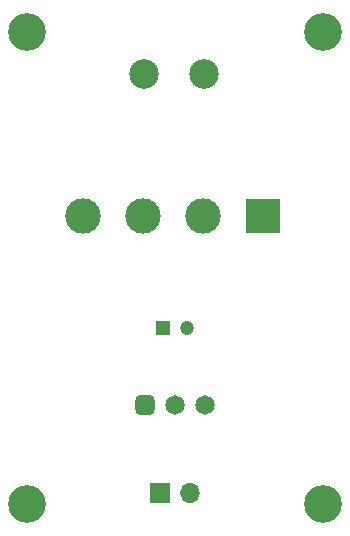
<source format=gbr>
G04 #@! TF.GenerationSoftware,KiCad,Pcbnew,8.0.4*
G04 #@! TF.CreationDate,2024-08-21T23:49:23-07:00*
G04 #@! TF.ProjectId,Physics IA,50687973-6963-4732-9049-412e6b696361,rev?*
G04 #@! TF.SameCoordinates,Original*
G04 #@! TF.FileFunction,Soldermask,Bot*
G04 #@! TF.FilePolarity,Negative*
%FSLAX46Y46*%
G04 Gerber Fmt 4.6, Leading zero omitted, Abs format (unit mm)*
G04 Created by KiCad (PCBNEW 8.0.4) date 2024-08-21 23:49:23*
%MOMM*%
%LPD*%
G01*
G04 APERTURE LIST*
G04 Aperture macros list*
%AMRoundRect*
0 Rectangle with rounded corners*
0 $1 Rounding radius*
0 $2 $3 $4 $5 $6 $7 $8 $9 X,Y pos of 4 corners*
0 Add a 4 corners polygon primitive as box body*
4,1,4,$2,$3,$4,$5,$6,$7,$8,$9,$2,$3,0*
0 Add four circle primitives for the rounded corners*
1,1,$1+$1,$2,$3*
1,1,$1+$1,$4,$5*
1,1,$1+$1,$6,$7*
1,1,$1+$1,$8,$9*
0 Add four rect primitives between the rounded corners*
20,1,$1+$1,$2,$3,$4,$5,0*
20,1,$1+$1,$4,$5,$6,$7,0*
20,1,$1+$1,$6,$7,$8,$9,0*
20,1,$1+$1,$8,$9,$2,$3,0*%
G04 Aperture macros list end*
%ADD10C,3.200000*%
%ADD11RoundRect,0.412500X-0.412500X-0.412500X0.412500X-0.412500X0.412500X0.412500X-0.412500X0.412500X0*%
%ADD12C,1.650000*%
%ADD13C,2.500000*%
%ADD14R,1.700000X1.700000*%
%ADD15O,1.700000X1.700000*%
%ADD16R,3.000000X3.000000*%
%ADD17C,3.000000*%
%ADD18R,1.200000X1.200000*%
%ADD19C,1.200000*%
G04 APERTURE END LIST*
D10*
X124000000Y-102500000D03*
X149000000Y-102500000D03*
X124000000Y-62500000D03*
X149000000Y-62500000D03*
D11*
X133987402Y-94080000D03*
D12*
X136527402Y-94080000D03*
X139067402Y-94080000D03*
D13*
X133920000Y-66080000D03*
X139000000Y-66080000D03*
D14*
X135225000Y-101580000D03*
D15*
X137765000Y-101580000D03*
D16*
X144000000Y-78080000D03*
D17*
X138920000Y-78080000D03*
X133840000Y-78080000D03*
X128760000Y-78080000D03*
D18*
X135527401Y-87580000D03*
D19*
X137527402Y-87580000D03*
M02*

</source>
